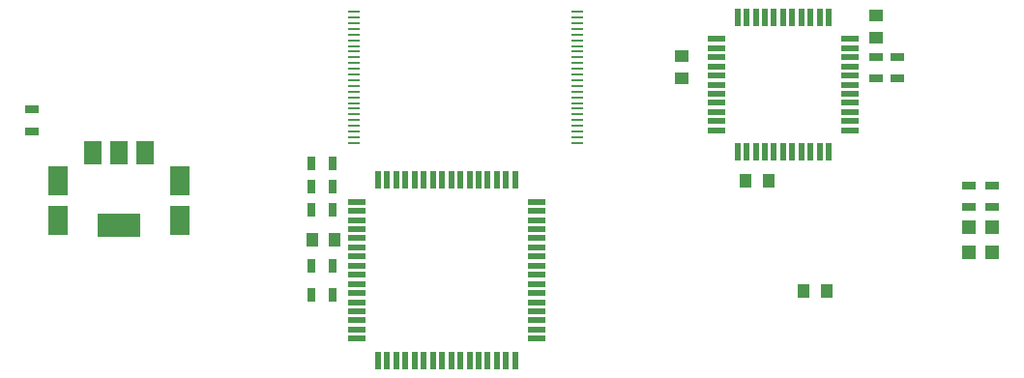
<source format=gbr>
G04 #@! TF.GenerationSoftware,KiCad,Pcbnew,(5.0.1)-rc2*
G04 #@! TF.CreationDate,2020-12-06T20:15:16+01:00*
G04 #@! TF.ProjectId,A600_ACCEL_RAM,413630305F414343454C5F52414D2E6B,rev?*
G04 #@! TF.SameCoordinates,Original*
G04 #@! TF.FileFunction,Paste,Top*
G04 #@! TF.FilePolarity,Positive*
%FSLAX46Y46*%
G04 Gerber Fmt 4.6, Leading zero omitted, Abs format (unit mm)*
G04 Created by KiCad (PCBNEW (5.0.1)-rc2) date 06/12/2020 20:15:16*
%MOMM*%
%LPD*%
G01*
G04 APERTURE LIST*
%ADD10R,1.100000X0.250000*%
%ADD11R,0.600000X1.500000*%
%ADD12R,1.500000X0.600000*%
%ADD13R,0.560000X1.600000*%
%ADD14R,1.600000X0.560000*%
%ADD15R,1.800000X2.600000*%
%ADD16R,1.500000X2.000000*%
%ADD17R,3.800000X2.000000*%
%ADD18R,1.000000X1.250000*%
%ADD19R,1.250000X1.000000*%
%ADD20R,0.700000X1.300000*%
%ADD21R,1.300000X0.700000*%
%ADD22R,1.200000X1.200000*%
G04 APERTURE END LIST*
D10*
G04 #@! TO.C,U3*
X66323000Y-106461000D03*
X66323000Y-105961000D03*
X66323000Y-105461000D03*
X66323000Y-104961000D03*
X66323000Y-104461000D03*
X66323000Y-103961000D03*
X66323000Y-103461000D03*
X66323000Y-102961000D03*
X66323000Y-102461000D03*
X66323000Y-101961000D03*
X66323000Y-101461000D03*
X66323000Y-100961000D03*
X66323000Y-100461000D03*
X66323000Y-99961000D03*
X66323000Y-99461000D03*
X66323000Y-98961000D03*
X66323000Y-98461000D03*
X66323000Y-97961000D03*
X66323000Y-97461000D03*
X66323000Y-96961000D03*
X66323000Y-96461000D03*
X66323000Y-95961000D03*
X66323000Y-95461000D03*
X85823000Y-94961000D03*
X85823000Y-95461000D03*
X85823000Y-95961000D03*
X85823000Y-96461000D03*
X85823000Y-96961000D03*
X85823000Y-97461000D03*
X85823000Y-97961000D03*
X85823000Y-98461000D03*
X85823000Y-98961000D03*
X85823000Y-99461000D03*
X85823000Y-99961000D03*
X85823000Y-100461000D03*
X85823000Y-100961000D03*
X85823000Y-101461000D03*
X85823000Y-101961000D03*
X85823000Y-102461000D03*
X85823000Y-102961000D03*
X85823000Y-103461000D03*
X85823000Y-103961000D03*
X85823000Y-104461000D03*
X85823000Y-104961000D03*
X85823000Y-105461000D03*
X85823000Y-105961000D03*
X66323000Y-94961000D03*
X85823000Y-106461000D03*
G04 #@! TD*
D11*
G04 #@! TO.C,U2*
X68422000Y-109702000D03*
X69222000Y-109702000D03*
X70022000Y-109702000D03*
X70822000Y-109702000D03*
X71622000Y-109702000D03*
X72422000Y-109702000D03*
X73222000Y-109702000D03*
X74022000Y-109702000D03*
X74822000Y-109702000D03*
X75622000Y-109702000D03*
X76422000Y-109702000D03*
X77222000Y-109702000D03*
X78022000Y-109702000D03*
X78822000Y-109702000D03*
X79622000Y-109702000D03*
X80422000Y-109702000D03*
D12*
X82322000Y-111602000D03*
X82322000Y-112402000D03*
X82322000Y-113202000D03*
X82322000Y-114002000D03*
X82322000Y-114802000D03*
X82322000Y-115602000D03*
X82322000Y-116402000D03*
X82322000Y-117202000D03*
X82322000Y-118002000D03*
X82322000Y-118802000D03*
X82322000Y-119602000D03*
X82322000Y-120402000D03*
X82322000Y-121202000D03*
X82322000Y-122002000D03*
X82322000Y-122802000D03*
X82322000Y-123602000D03*
D11*
X80422000Y-125502000D03*
X79622000Y-125502000D03*
X78822000Y-125502000D03*
X78022000Y-125502000D03*
X77222000Y-125502000D03*
X76422000Y-125502000D03*
X75622000Y-125502000D03*
X74822000Y-125502000D03*
X74022000Y-125502000D03*
X73222000Y-125502000D03*
X72422000Y-125502000D03*
X71622000Y-125502000D03*
X70822000Y-125502000D03*
X70022000Y-125502000D03*
X69222000Y-125502000D03*
X68422000Y-125502000D03*
D12*
X66522000Y-123602000D03*
X66522000Y-122802000D03*
X66522000Y-122002000D03*
X66522000Y-121202000D03*
X66522000Y-120402000D03*
X66522000Y-119602000D03*
X66522000Y-118802000D03*
X66522000Y-118002000D03*
X66522000Y-117202000D03*
X66522000Y-116402000D03*
X66522000Y-115602000D03*
X66522000Y-114802000D03*
X66522000Y-114002000D03*
X66522000Y-113202000D03*
X66522000Y-112402000D03*
X66522000Y-111602000D03*
G04 #@! TD*
D13*
G04 #@! TO.C,U4*
X107886000Y-107196000D03*
X107086000Y-107196000D03*
X106286000Y-107196000D03*
X105486000Y-107196000D03*
X104686000Y-107196000D03*
X103886000Y-107196000D03*
X103086000Y-107196000D03*
X102286000Y-107196000D03*
X101486000Y-107196000D03*
X100686000Y-107196000D03*
X99886000Y-107196000D03*
D14*
X98036000Y-105346000D03*
X98036000Y-104546000D03*
X98036000Y-103746000D03*
X98036000Y-102946000D03*
X98036000Y-102146000D03*
X98036000Y-101346000D03*
X98036000Y-100546000D03*
X98036000Y-99746000D03*
X98036000Y-98946000D03*
X98036000Y-98146000D03*
X98036000Y-97346000D03*
D13*
X99886000Y-95496000D03*
X100686000Y-95496000D03*
X101486000Y-95496000D03*
X102286000Y-95496000D03*
X103086000Y-95496000D03*
X103886000Y-95496000D03*
X104686000Y-95496000D03*
X105486000Y-95496000D03*
X106286000Y-95496000D03*
X107086000Y-95496000D03*
X107886000Y-95496000D03*
D14*
X109736000Y-97346000D03*
X109736000Y-98146000D03*
X109736000Y-98946000D03*
X109736000Y-99746000D03*
X109736000Y-100546000D03*
X109736000Y-101346000D03*
X109736000Y-102146000D03*
X109736000Y-102946000D03*
X109736000Y-103746000D03*
X109736000Y-104546000D03*
X109736000Y-105346000D03*
G04 #@! TD*
D15*
G04 #@! TO.C,C6*
X40386000Y-113206000D03*
X40386000Y-109806000D03*
G04 #@! TD*
D16*
G04 #@! TO.C,U5*
X48020000Y-107340000D03*
X43420000Y-107340000D03*
X45720000Y-107340000D03*
D17*
X45720000Y-113640000D03*
G04 #@! TD*
D15*
G04 #@! TO.C,C7*
X51054000Y-109806000D03*
X51054000Y-113206000D03*
G04 #@! TD*
D18*
G04 #@! TO.C,C1*
X107680000Y-119380000D03*
X105680000Y-119380000D03*
G04 #@! TD*
G04 #@! TO.C,C2*
X64627000Y-114935000D03*
X62627000Y-114935000D03*
G04 #@! TD*
D19*
G04 #@! TO.C,C8*
X112014000Y-95266000D03*
X112014000Y-97266000D03*
G04 #@! TD*
G04 #@! TO.C,C9*
X94996000Y-100822000D03*
X94996000Y-98822000D03*
G04 #@! TD*
D20*
G04 #@! TO.C,R1*
X64450000Y-112268000D03*
X62550000Y-112268000D03*
G04 #@! TD*
G04 #@! TO.C,R3*
X64450000Y-108204000D03*
X62550000Y-108204000D03*
G04 #@! TD*
G04 #@! TO.C,R4*
X62550000Y-119761000D03*
X64450000Y-119761000D03*
G04 #@! TD*
G04 #@! TO.C,R5*
X64450000Y-117195600D03*
X62550000Y-117195600D03*
G04 #@! TD*
D21*
G04 #@! TO.C,R6*
X112014000Y-98933000D03*
X112014000Y-100833000D03*
G04 #@! TD*
G04 #@! TO.C,R7*
X113919000Y-100833000D03*
X113919000Y-98933000D03*
G04 #@! TD*
G04 #@! TO.C,R8*
X38100000Y-103510000D03*
X38100000Y-105410000D03*
G04 #@! TD*
D20*
G04 #@! TO.C,R9*
X64450000Y-110236000D03*
X62550000Y-110236000D03*
G04 #@! TD*
D18*
G04 #@! TO.C,C10*
X102600000Y-109728000D03*
X100600000Y-109728000D03*
G04 #@! TD*
D22*
G04 #@! TO.C,D1*
X122174000Y-113835000D03*
X122174000Y-116035000D03*
G04 #@! TD*
G04 #@! TO.C,D2*
X120142000Y-116035000D03*
X120142000Y-113835000D03*
G04 #@! TD*
D21*
G04 #@! TO.C,R10*
X122174000Y-110175000D03*
X122174000Y-112075000D03*
G04 #@! TD*
G04 #@! TO.C,R11*
X120142000Y-112075000D03*
X120142000Y-110175000D03*
G04 #@! TD*
M02*

</source>
